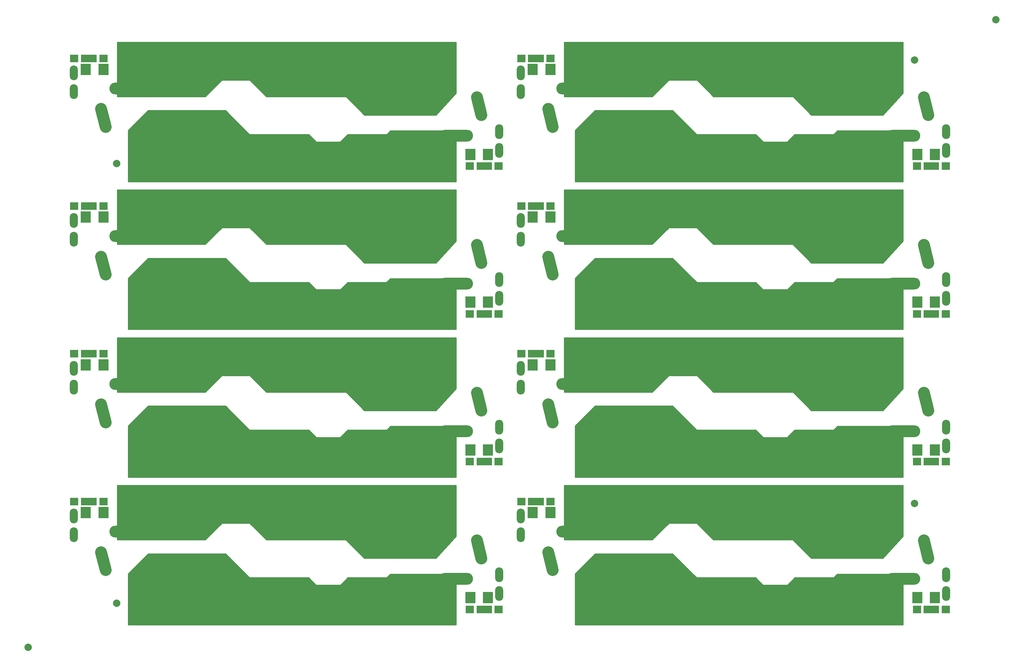
<source format=gbr>
G04 #@! TF.GenerationSoftware,KiCad,Pcbnew,(5.0.0)*
G04 #@! TF.CreationDate,2019-02-08T13:36:19+02:00*
G04 #@! TF.ProjectId,tp_x2_EKA_PnP,74705F78325F454B415F506E502E6B69,3*
G04 #@! TF.SameCoordinates,Original*
G04 #@! TF.FileFunction,Soldermask,Top*
G04 #@! TF.FilePolarity,Negative*
%FSLAX46Y46*%
G04 Gerber Fmt 4.6, Leading zero omitted, Abs format (unit mm)*
G04 Created by KiCad (PCBNEW (5.0.0)) date 02/08/19 13:36:19*
%MOMM*%
%LPD*%
G01*
G04 APERTURE LIST*
%ADD10C,2.899360*%
%ADD11C,2.000000*%
%ADD12R,2.200000X2.100000*%
%ADD13C,8.400000*%
%ADD14R,2.800000X3.100000*%
%ADD15C,3.200000*%
%ADD16O,2.200000X4.000000*%
%ADD17O,9.200000X3.200000*%
%ADD18C,3.200000*%
%ADD19O,4.000000X2.200000*%
%ADD20C,0.254000*%
G04 APERTURE END LIST*
D10*
G04 #@! TO.C,H1*
X178000000Y-171000000D03*
G04 #@! TD*
G04 #@! TO.C,H1*
X178000000Y-91000000D03*
G04 #@! TD*
G04 #@! TO.C,H1*
X299000000Y-91000000D03*
G04 #@! TD*
G04 #@! TO.C,H1*
X301000000Y-171000000D03*
G04 #@! TD*
D11*
G04 #@! TO.C,REF04*
X327000000Y-181000000D03*
G04 #@! TD*
G04 #@! TO.C,REF03*
X327000000Y-61000000D03*
G04 #@! TD*
G04 #@! TO.C,REF02*
X111000000Y-89000000D03*
G04 #@! TD*
G04 #@! TO.C,REF01*
X111000000Y-208000000D03*
G04 #@! TD*
G04 #@! TO.C,REF\002A\002A*
X349000000Y-50000000D03*
G04 #@! TD*
D10*
G04 #@! TO.C,H2*
X133000000Y-179000000D03*
G04 #@! TD*
G04 #@! TO.C,H2*
X133000000Y-139000000D03*
G04 #@! TD*
D12*
G04 #@! TO.C,R4*
X104500000Y-180500000D03*
X107400000Y-180500000D03*
G04 #@! TD*
D10*
G04 #@! TO.C,H2*
X187000000Y-179000000D03*
G04 #@! TD*
G04 #@! TO.C,H2*
X197000000Y-184000000D03*
G04 #@! TD*
G04 #@! TO.C,H2*
X115000000Y-141000000D03*
G04 #@! TD*
D13*
G04 #@! TO.C,REF\002A\002A*
X192600000Y-206000000D03*
G04 #@! TD*
D12*
G04 #@! TO.C,R3*
X214400000Y-209700000D03*
X211500000Y-209700000D03*
G04 #@! TD*
D10*
G04 #@! TO.C,H2*
X115000000Y-181000000D03*
G04 #@! TD*
D12*
G04 #@! TO.C,R2*
X102400000Y-180500000D03*
X99500000Y-180500000D03*
G04 #@! TD*
D10*
G04 #@! TO.C,H2*
X151000000Y-179000000D03*
G04 #@! TD*
G04 #@! TO.C,H1*
X119000000Y-207000000D03*
G04 #@! TD*
D14*
G04 #@! TO.C,D1*
X107400000Y-183500000D03*
X102600000Y-183500000D03*
G04 #@! TD*
D15*
G04 #@! TO.C,X4*
X152500000Y-211100000D03*
X147500000Y-211100000D03*
X142500000Y-211100000D03*
X152500000Y-204000000D03*
X147500000Y-204000000D03*
X142500000Y-204000000D03*
G04 #@! TD*
G04 #@! TO.C,X5*
X158000000Y-180900000D03*
X163000000Y-180900000D03*
X168000000Y-180900000D03*
X158000000Y-188000000D03*
X163000000Y-188000000D03*
X168000000Y-188000000D03*
G04 #@! TD*
D16*
G04 #@! TO.C,X17*
X99400000Y-184420000D03*
X99400000Y-189500000D03*
G04 #@! TD*
D12*
G04 #@! TO.C,R1*
X206600000Y-209700000D03*
X209500000Y-209700000D03*
G04 #@! TD*
D10*
G04 #@! TO.C,H2*
X254000000Y-139000000D03*
G04 #@! TD*
G04 #@! TO.C,H2*
X308000000Y-179000000D03*
G04 #@! TD*
D12*
G04 #@! TO.C,R4*
X228400000Y-180500000D03*
X225500000Y-180500000D03*
G04 #@! TD*
D10*
G04 #@! TO.C,H2*
X318000000Y-184000000D03*
G04 #@! TD*
D13*
G04 #@! TO.C,REF\002A\002A*
X300000000Y-147000000D03*
G04 #@! TD*
D10*
G04 #@! TO.C,H1*
X240000000Y-207000000D03*
G04 #@! TD*
G04 #@! TO.C,H2*
X236000000Y-141000000D03*
G04 #@! TD*
D13*
G04 #@! TO.C,REF\002A\002A*
X313600000Y-206000000D03*
G04 #@! TD*
D14*
G04 #@! TO.C,D1*
X223600000Y-183500000D03*
X228400000Y-183500000D03*
G04 #@! TD*
D12*
G04 #@! TO.C,R1*
X330500000Y-209700000D03*
X327600000Y-209700000D03*
G04 #@! TD*
G04 #@! TO.C,R3*
X332500000Y-209700000D03*
X335400000Y-209700000D03*
G04 #@! TD*
D10*
G04 #@! TO.C,H2*
X272000000Y-179000000D03*
G04 #@! TD*
D16*
G04 #@! TO.C,X17*
X220400000Y-189500000D03*
X220400000Y-184420000D03*
G04 #@! TD*
D15*
G04 #@! TO.C,X5*
X289000000Y-188000000D03*
X284000000Y-188000000D03*
X279000000Y-188000000D03*
X289000000Y-180900000D03*
X284000000Y-180900000D03*
X279000000Y-180900000D03*
G04 #@! TD*
D12*
G04 #@! TO.C,R2*
X220500000Y-180500000D03*
X223400000Y-180500000D03*
G04 #@! TD*
D15*
G04 #@! TO.C,X4*
X263500000Y-204000000D03*
X268500000Y-204000000D03*
X273500000Y-204000000D03*
X263500000Y-211100000D03*
X268500000Y-211100000D03*
X273500000Y-211100000D03*
G04 #@! TD*
D10*
G04 #@! TO.C,H2*
X254000000Y-179000000D03*
G04 #@! TD*
G04 #@! TO.C,H2*
X236000000Y-181000000D03*
G04 #@! TD*
D17*
G04 #@! TO.C,V2.1*
X234619236Y-188634980D03*
D15*
X239307528Y-199296590D03*
D18*
X237261533Y-201490651D02*
X241353523Y-197102529D01*
D15*
X228389270Y-196635452D03*
D18*
X227784465Y-194209713D02*
X228994075Y-199061191D01*
G04 #@! TD*
D14*
G04 #@! TO.C,D2*
X327700000Y-206500000D03*
X332500000Y-206500000D03*
G04 #@! TD*
D13*
G04 #@! TO.C,REF\002A\002A*
X300000000Y-187000000D03*
G04 #@! TD*
D10*
G04 #@! TO.C,H1*
X321000000Y-208000000D03*
G04 #@! TD*
G04 #@! TO.C,H2*
X311000000Y-191000000D03*
G04 #@! TD*
G04 #@! TO.C,H1*
X282000000Y-211000000D03*
G04 #@! TD*
D15*
G04 #@! TO.C,X2*
X279000000Y-140900000D03*
X284000000Y-140900000D03*
X289000000Y-140900000D03*
X279000000Y-148000000D03*
X284000000Y-148000000D03*
X289000000Y-148000000D03*
G04 #@! TD*
D17*
G04 #@! TO.C,V2.2*
X323880764Y-201465020D03*
D15*
X319192472Y-190803410D03*
D18*
X321238467Y-188609349D02*
X317146477Y-192997471D01*
D15*
X330110730Y-193464548D03*
D18*
X330715535Y-195890287D02*
X329505925Y-191038809D01*
G04 #@! TD*
D10*
G04 #@! TO.C,H1*
X321000000Y-168000000D03*
G04 #@! TD*
G04 #@! TO.C,H2*
X311000000Y-151000000D03*
G04 #@! TD*
D19*
G04 #@! TO.C,X6*
X292040000Y-205000000D03*
X286960000Y-205000000D03*
G04 #@! TD*
D13*
G04 #@! TO.C,REF\002A\002A*
X244900000Y-184100000D03*
G04 #@! TD*
D10*
G04 #@! TO.C,H1*
X252000000Y-169000000D03*
G04 #@! TD*
G04 #@! TO.C,H2*
X308000000Y-139000000D03*
G04 #@! TD*
G04 #@! TO.C,H1*
X240000000Y-167000000D03*
G04 #@! TD*
G04 #@! TO.C,H1*
X282000000Y-171000000D03*
G04 #@! TD*
G04 #@! TO.C,H2*
X318000000Y-144000000D03*
G04 #@! TD*
G04 #@! TO.C,H1*
X306000000Y-204000000D03*
G04 #@! TD*
G04 #@! TO.C,H1*
X306000000Y-164000000D03*
G04 #@! TD*
D14*
G04 #@! TO.C,D3*
X228400000Y-143500000D03*
X223600000Y-143500000D03*
G04 #@! TD*
D12*
G04 #@! TO.C,R7*
X223400000Y-140500000D03*
X220500000Y-140500000D03*
G04 #@! TD*
D16*
G04 #@! TO.C,X7*
X335500000Y-165440000D03*
X335500000Y-160360000D03*
G04 #@! TD*
D10*
G04 #@! TO.C,H2*
X272000000Y-139000000D03*
G04 #@! TD*
D19*
G04 #@! TO.C,X3*
X286960000Y-165000000D03*
X292040000Y-165000000D03*
G04 #@! TD*
D12*
G04 #@! TO.C,R6*
X327600000Y-169700000D03*
X330500000Y-169700000D03*
G04 #@! TD*
D15*
G04 #@! TO.C,V1.1*
X228389270Y-156635452D03*
D18*
X227784465Y-154209713D02*
X228994075Y-159061191D01*
D15*
X239307528Y-159296590D03*
D18*
X237261533Y-161490651D02*
X241353523Y-157102529D01*
D17*
X234619236Y-148634980D03*
G04 #@! TD*
D12*
G04 #@! TO.C,R8*
X335400000Y-169700000D03*
X332500000Y-169700000D03*
G04 #@! TD*
D16*
G04 #@! TO.C,X9*
X220400000Y-144420000D03*
X220400000Y-149500000D03*
G04 #@! TD*
D15*
G04 #@! TO.C,X1*
X273500000Y-171100000D03*
X268500000Y-171100000D03*
X263500000Y-171100000D03*
X273500000Y-164000000D03*
X268500000Y-164000000D03*
X263500000Y-164000000D03*
G04 #@! TD*
D19*
G04 #@! TO.C,X12*
X266740000Y-143900000D03*
X261660000Y-143900000D03*
G04 #@! TD*
D13*
G04 #@! TO.C,REF\002A\002A*
X313600000Y-166000000D03*
G04 #@! TD*
D14*
G04 #@! TO.C,D4*
X332500000Y-166500000D03*
X327700000Y-166500000D03*
G04 #@! TD*
D13*
G04 #@! TO.C,REF\002A\002A*
X244900000Y-144100000D03*
G04 #@! TD*
D10*
G04 #@! TO.C,H1*
X247000000Y-159000000D03*
G04 #@! TD*
D12*
G04 #@! TO.C,R9*
X225500000Y-140500000D03*
X228400000Y-140500000D03*
G04 #@! TD*
D15*
G04 #@! TO.C,V1.2*
X330110730Y-153464548D03*
D18*
X330715535Y-155890287D02*
X329505925Y-151038809D01*
D15*
X319192472Y-150803410D03*
D18*
X321238467Y-148609349D02*
X317146477Y-152997471D01*
D17*
X323880764Y-161465020D03*
G04 #@! TD*
D19*
G04 #@! TO.C,X26*
X261660000Y-183900000D03*
X266740000Y-183900000D03*
G04 #@! TD*
D10*
G04 #@! TO.C,H1*
X252000000Y-209000000D03*
G04 #@! TD*
G04 #@! TO.C,H1*
X247000000Y-199000000D03*
G04 #@! TD*
D13*
G04 #@! TO.C,REF\002A\002A*
X179000000Y-147000000D03*
G04 #@! TD*
D12*
G04 #@! TO.C,R9*
X107400000Y-140500000D03*
X104500000Y-140500000D03*
G04 #@! TD*
G04 #@! TO.C,R7*
X99500000Y-140500000D03*
X102400000Y-140500000D03*
G04 #@! TD*
G04 #@! TO.C,R6*
X209500000Y-169700000D03*
X206600000Y-169700000D03*
G04 #@! TD*
D13*
G04 #@! TO.C,REF\002A\002A*
X192600000Y-166000000D03*
G04 #@! TD*
D12*
G04 #@! TO.C,R8*
X211500000Y-169700000D03*
X214400000Y-169700000D03*
G04 #@! TD*
D19*
G04 #@! TO.C,X12*
X140660000Y-143900000D03*
X145740000Y-143900000D03*
G04 #@! TD*
D17*
G04 #@! TO.C,V1.1*
X113619236Y-148634980D03*
D15*
X118307528Y-159296590D03*
D18*
X116261533Y-161490651D02*
X120353523Y-157102529D01*
D15*
X107389270Y-156635452D03*
D18*
X106784465Y-154209713D02*
X107994075Y-159061191D01*
G04 #@! TD*
D15*
G04 #@! TO.C,X1*
X142500000Y-164000000D03*
X147500000Y-164000000D03*
X152500000Y-164000000D03*
X142500000Y-171100000D03*
X147500000Y-171100000D03*
X152500000Y-171100000D03*
G04 #@! TD*
D16*
G04 #@! TO.C,X9*
X99400000Y-149500000D03*
X99400000Y-144420000D03*
G04 #@! TD*
D14*
G04 #@! TO.C,D3*
X102600000Y-143500000D03*
X107400000Y-143500000D03*
G04 #@! TD*
G04 #@! TO.C,D4*
X206700000Y-166500000D03*
X211500000Y-166500000D03*
G04 #@! TD*
D17*
G04 #@! TO.C,V1.2*
X202880764Y-161465020D03*
D15*
X198192472Y-150803410D03*
D18*
X200238467Y-148609349D02*
X196146477Y-152997471D01*
D15*
X209110730Y-153464548D03*
D18*
X209715535Y-155890287D02*
X208505925Y-151038809D01*
G04 #@! TD*
D19*
G04 #@! TO.C,X3*
X171040000Y-165000000D03*
X165960000Y-165000000D03*
G04 #@! TD*
D16*
G04 #@! TO.C,X7*
X214500000Y-160360000D03*
X214500000Y-165440000D03*
G04 #@! TD*
D13*
G04 #@! TO.C,REF\002A\002A*
X123900000Y-144100000D03*
G04 #@! TD*
D10*
G04 #@! TO.C,H1*
X185000000Y-164000000D03*
G04 #@! TD*
G04 #@! TO.C,H2*
X151000000Y-139000000D03*
G04 #@! TD*
G04 #@! TO.C,H1*
X126000000Y-159000000D03*
G04 #@! TD*
G04 #@! TO.C,H1*
X131000000Y-169000000D03*
G04 #@! TD*
G04 #@! TO.C,H1*
X161000000Y-171000000D03*
G04 #@! TD*
G04 #@! TO.C,H1*
X200000000Y-168000000D03*
G04 #@! TD*
G04 #@! TO.C,H2*
X190000000Y-151000000D03*
G04 #@! TD*
G04 #@! TO.C,H2*
X187000000Y-139000000D03*
G04 #@! TD*
G04 #@! TO.C,H1*
X119000000Y-167000000D03*
G04 #@! TD*
D15*
G04 #@! TO.C,X2*
X168000000Y-148000000D03*
X163000000Y-148000000D03*
X158000000Y-148000000D03*
X168000000Y-140900000D03*
X163000000Y-140900000D03*
X158000000Y-140900000D03*
G04 #@! TD*
D16*
G04 #@! TO.C,X14*
X335500000Y-200360000D03*
X335500000Y-205440000D03*
G04 #@! TD*
D10*
G04 #@! TO.C,H1*
X300000000Y-211000000D03*
G04 #@! TD*
G04 #@! TO.C,H2*
X197000000Y-144000000D03*
G04 #@! TD*
G04 #@! TO.C,H1*
X185000000Y-204000000D03*
G04 #@! TD*
D15*
G04 #@! TO.C,V2.1*
X107389270Y-196635452D03*
D18*
X106784465Y-194209713D02*
X107994075Y-199061191D01*
D15*
X118307528Y-199296590D03*
D18*
X116261533Y-201490651D02*
X120353523Y-197102529D01*
D17*
X113619236Y-188634980D03*
G04 #@! TD*
D14*
G04 #@! TO.C,D2*
X211500000Y-206500000D03*
X206700000Y-206500000D03*
G04 #@! TD*
D13*
G04 #@! TO.C,REF\002A\002A*
X179000000Y-187000000D03*
G04 #@! TD*
D19*
G04 #@! TO.C,X6*
X165960000Y-205000000D03*
X171040000Y-205000000D03*
G04 #@! TD*
D10*
G04 #@! TO.C,H1*
X200000000Y-208000000D03*
G04 #@! TD*
G04 #@! TO.C,H2*
X190000000Y-191000000D03*
G04 #@! TD*
G04 #@! TO.C,H1*
X161000000Y-211000000D03*
G04 #@! TD*
D15*
G04 #@! TO.C,V2.2*
X209110730Y-193464548D03*
D18*
X209715535Y-195890287D02*
X208505925Y-191038809D01*
D15*
X198192472Y-190803410D03*
D18*
X200238467Y-188609349D02*
X196146477Y-192997471D01*
D17*
X202880764Y-201465020D03*
G04 #@! TD*
D13*
G04 #@! TO.C,REF\002A\002A*
X123900000Y-184100000D03*
G04 #@! TD*
D16*
G04 #@! TO.C,X14*
X214500000Y-205440000D03*
X214500000Y-200360000D03*
G04 #@! TD*
D10*
G04 #@! TO.C,H1*
X179000000Y-211000000D03*
G04 #@! TD*
D19*
G04 #@! TO.C,X26*
X145740000Y-183900000D03*
X140660000Y-183900000D03*
G04 #@! TD*
D10*
G04 #@! TO.C,H1*
X131000000Y-209000000D03*
G04 #@! TD*
G04 #@! TO.C,H1*
X126000000Y-199000000D03*
G04 #@! TD*
G04 #@! TO.C,H2*
X254000000Y-99000000D03*
G04 #@! TD*
G04 #@! TO.C,H2*
X254000000Y-59000000D03*
G04 #@! TD*
D12*
G04 #@! TO.C,R4*
X225500000Y-100500000D03*
X228400000Y-100500000D03*
G04 #@! TD*
D10*
G04 #@! TO.C,H2*
X308000000Y-99000000D03*
G04 #@! TD*
G04 #@! TO.C,H2*
X318000000Y-104000000D03*
G04 #@! TD*
G04 #@! TO.C,H2*
X236000000Y-61000000D03*
G04 #@! TD*
D13*
G04 #@! TO.C,REF\002A\002A*
X313600000Y-126000000D03*
G04 #@! TD*
D12*
G04 #@! TO.C,R3*
X335400000Y-129700000D03*
X332500000Y-129700000D03*
G04 #@! TD*
D10*
G04 #@! TO.C,H2*
X236000000Y-101000000D03*
G04 #@! TD*
D12*
G04 #@! TO.C,R2*
X223400000Y-100500000D03*
X220500000Y-100500000D03*
G04 #@! TD*
D10*
G04 #@! TO.C,H2*
X272000000Y-99000000D03*
G04 #@! TD*
G04 #@! TO.C,H1*
X240000000Y-127000000D03*
G04 #@! TD*
D14*
G04 #@! TO.C,D1*
X228400000Y-103500000D03*
X223600000Y-103500000D03*
G04 #@! TD*
D15*
G04 #@! TO.C,X4*
X273500000Y-131100000D03*
X268500000Y-131100000D03*
X263500000Y-131100000D03*
X273500000Y-124000000D03*
X268500000Y-124000000D03*
X263500000Y-124000000D03*
G04 #@! TD*
G04 #@! TO.C,X5*
X279000000Y-100900000D03*
X284000000Y-100900000D03*
X289000000Y-100900000D03*
X279000000Y-108000000D03*
X284000000Y-108000000D03*
X289000000Y-108000000D03*
G04 #@! TD*
D16*
G04 #@! TO.C,X17*
X220400000Y-104420000D03*
X220400000Y-109500000D03*
G04 #@! TD*
D12*
G04 #@! TO.C,R1*
X327600000Y-129700000D03*
X330500000Y-129700000D03*
G04 #@! TD*
D13*
G04 #@! TO.C,REF\002A\002A*
X300000000Y-67000000D03*
G04 #@! TD*
D12*
G04 #@! TO.C,R9*
X228400000Y-60500000D03*
X225500000Y-60500000D03*
G04 #@! TD*
G04 #@! TO.C,R7*
X220500000Y-60500000D03*
X223400000Y-60500000D03*
G04 #@! TD*
G04 #@! TO.C,R6*
X330500000Y-89700000D03*
X327600000Y-89700000D03*
G04 #@! TD*
D13*
G04 #@! TO.C,REF\002A\002A*
X313600000Y-86000000D03*
G04 #@! TD*
D12*
G04 #@! TO.C,R8*
X332500000Y-89700000D03*
X335400000Y-89700000D03*
G04 #@! TD*
D19*
G04 #@! TO.C,X12*
X261660000Y-63900000D03*
X266740000Y-63900000D03*
G04 #@! TD*
D17*
G04 #@! TO.C,V1.1*
X234619236Y-68634980D03*
D15*
X239307528Y-79296590D03*
D18*
X237261533Y-81490651D02*
X241353523Y-77102529D01*
D15*
X228389270Y-76635452D03*
D18*
X227784465Y-74209713D02*
X228994075Y-79061191D01*
G04 #@! TD*
D15*
G04 #@! TO.C,X1*
X263500000Y-84000000D03*
X268500000Y-84000000D03*
X273500000Y-84000000D03*
X263500000Y-91100000D03*
X268500000Y-91100000D03*
X273500000Y-91100000D03*
G04 #@! TD*
D16*
G04 #@! TO.C,X9*
X220400000Y-69500000D03*
X220400000Y-64420000D03*
G04 #@! TD*
D14*
G04 #@! TO.C,D3*
X223600000Y-63500000D03*
X228400000Y-63500000D03*
G04 #@! TD*
G04 #@! TO.C,D4*
X327700000Y-86500000D03*
X332500000Y-86500000D03*
G04 #@! TD*
D17*
G04 #@! TO.C,V1.2*
X323880764Y-81465020D03*
D15*
X319192472Y-70803410D03*
D18*
X321238467Y-68609349D02*
X317146477Y-72997471D01*
D15*
X330110730Y-73464548D03*
D18*
X330715535Y-75890287D02*
X329505925Y-71038809D01*
G04 #@! TD*
D19*
G04 #@! TO.C,X3*
X292040000Y-85000000D03*
X286960000Y-85000000D03*
G04 #@! TD*
D16*
G04 #@! TO.C,X7*
X335500000Y-80360000D03*
X335500000Y-85440000D03*
G04 #@! TD*
D13*
G04 #@! TO.C,REF\002A\002A*
X244900000Y-64100000D03*
G04 #@! TD*
D10*
G04 #@! TO.C,H1*
X306000000Y-84000000D03*
G04 #@! TD*
G04 #@! TO.C,H2*
X272000000Y-59000000D03*
G04 #@! TD*
G04 #@! TO.C,H1*
X247000000Y-79000000D03*
G04 #@! TD*
G04 #@! TO.C,H1*
X252000000Y-89000000D03*
G04 #@! TD*
G04 #@! TO.C,H1*
X282000000Y-91000000D03*
G04 #@! TD*
G04 #@! TO.C,H1*
X321000000Y-88000000D03*
G04 #@! TD*
G04 #@! TO.C,H2*
X311000000Y-71000000D03*
G04 #@! TD*
G04 #@! TO.C,H2*
X308000000Y-59000000D03*
G04 #@! TD*
G04 #@! TO.C,H1*
X240000000Y-87000000D03*
G04 #@! TD*
D15*
G04 #@! TO.C,X2*
X289000000Y-68000000D03*
X284000000Y-68000000D03*
X279000000Y-68000000D03*
X289000000Y-60900000D03*
X284000000Y-60900000D03*
X279000000Y-60900000D03*
G04 #@! TD*
D10*
G04 #@! TO.C,H2*
X318000000Y-64000000D03*
G04 #@! TD*
G04 #@! TO.C,H1*
X306000000Y-124000000D03*
G04 #@! TD*
D15*
G04 #@! TO.C,V2.1*
X228389270Y-116635452D03*
D18*
X227784465Y-114209713D02*
X228994075Y-119061191D01*
D15*
X239307528Y-119296590D03*
D18*
X237261533Y-121490651D02*
X241353523Y-117102529D01*
D17*
X234619236Y-108634980D03*
G04 #@! TD*
D14*
G04 #@! TO.C,D2*
X332500000Y-126500000D03*
X327700000Y-126500000D03*
G04 #@! TD*
D13*
G04 #@! TO.C,REF\002A\002A*
X300000000Y-107000000D03*
G04 #@! TD*
D19*
G04 #@! TO.C,X6*
X286960000Y-125000000D03*
X292040000Y-125000000D03*
G04 #@! TD*
D10*
G04 #@! TO.C,H1*
X321000000Y-128000000D03*
G04 #@! TD*
G04 #@! TO.C,H2*
X311000000Y-111000000D03*
G04 #@! TD*
G04 #@! TO.C,H1*
X282000000Y-131000000D03*
G04 #@! TD*
D15*
G04 #@! TO.C,V2.2*
X330110730Y-113464548D03*
D18*
X330715535Y-115890287D02*
X329505925Y-111038809D01*
D15*
X319192472Y-110803410D03*
D18*
X321238467Y-108609349D02*
X317146477Y-112997471D01*
D17*
X323880764Y-121465020D03*
G04 #@! TD*
D13*
G04 #@! TO.C,REF\002A\002A*
X244900000Y-104100000D03*
G04 #@! TD*
D16*
G04 #@! TO.C,X14*
X335500000Y-125440000D03*
X335500000Y-120360000D03*
G04 #@! TD*
D10*
G04 #@! TO.C,H1*
X300000000Y-131000000D03*
G04 #@! TD*
D19*
G04 #@! TO.C,X26*
X266740000Y-103900000D03*
X261660000Y-103900000D03*
G04 #@! TD*
D10*
G04 #@! TO.C,H1*
X252000000Y-129000000D03*
G04 #@! TD*
G04 #@! TO.C,H1*
X247000000Y-119000000D03*
G04 #@! TD*
D13*
G04 #@! TO.C,REF\002A\002A*
X192600000Y-126000000D03*
G04 #@! TD*
D14*
G04 #@! TO.C,D2*
X206700000Y-126500000D03*
X211500000Y-126500000D03*
G04 #@! TD*
D16*
G04 #@! TO.C,X14*
X214500000Y-120360000D03*
X214500000Y-125440000D03*
G04 #@! TD*
D13*
G04 #@! TO.C,REF\002A\002A*
X179000000Y-107000000D03*
G04 #@! TD*
D19*
G04 #@! TO.C,X26*
X140660000Y-103900000D03*
X145740000Y-103900000D03*
G04 #@! TD*
D17*
G04 #@! TO.C,V2.1*
X113619236Y-108634980D03*
D15*
X118307528Y-119296590D03*
D18*
X116261533Y-121490651D02*
X120353523Y-117102529D01*
D15*
X107389270Y-116635452D03*
D18*
X106784465Y-114209713D02*
X107994075Y-119061191D01*
G04 #@! TD*
D17*
G04 #@! TO.C,V2.2*
X202880764Y-121465020D03*
D15*
X198192472Y-110803410D03*
D18*
X200238467Y-108609349D02*
X196146477Y-112997471D01*
D15*
X209110730Y-113464548D03*
D18*
X209715535Y-115890287D02*
X208505925Y-111038809D01*
G04 #@! TD*
D13*
G04 #@! TO.C,REF\002A\002A*
X123900000Y-104100000D03*
G04 #@! TD*
D19*
G04 #@! TO.C,X6*
X171040000Y-125000000D03*
X165960000Y-125000000D03*
G04 #@! TD*
D10*
G04 #@! TO.C,H1*
X185000000Y-124000000D03*
G04 #@! TD*
G04 #@! TO.C,H1*
X179000000Y-131000000D03*
G04 #@! TD*
G04 #@! TO.C,H1*
X161000000Y-131000000D03*
G04 #@! TD*
G04 #@! TO.C,H1*
X126000000Y-119000000D03*
G04 #@! TD*
G04 #@! TO.C,H1*
X131000000Y-129000000D03*
G04 #@! TD*
G04 #@! TO.C,H2*
X190000000Y-111000000D03*
G04 #@! TD*
G04 #@! TO.C,H1*
X200000000Y-128000000D03*
G04 #@! TD*
G04 #@! TO.C,H2*
X197000000Y-104000000D03*
G04 #@! TD*
D16*
G04 #@! TO.C,X17*
X99400000Y-109500000D03*
X99400000Y-104420000D03*
G04 #@! TD*
D12*
G04 #@! TO.C,R1*
X209500000Y-129700000D03*
X206600000Y-129700000D03*
G04 #@! TD*
D15*
G04 #@! TO.C,X5*
X168000000Y-108000000D03*
X163000000Y-108000000D03*
X158000000Y-108000000D03*
X168000000Y-100900000D03*
X163000000Y-100900000D03*
X158000000Y-100900000D03*
G04 #@! TD*
G04 #@! TO.C,X4*
X142500000Y-124000000D03*
X147500000Y-124000000D03*
X152500000Y-124000000D03*
X142500000Y-131100000D03*
X147500000Y-131100000D03*
X152500000Y-131100000D03*
G04 #@! TD*
D12*
G04 #@! TO.C,R4*
X107400000Y-100500000D03*
X104500000Y-100500000D03*
G04 #@! TD*
D14*
G04 #@! TO.C,D1*
X102600000Y-103500000D03*
X107400000Y-103500000D03*
G04 #@! TD*
D12*
G04 #@! TO.C,R2*
X99500000Y-100500000D03*
X102400000Y-100500000D03*
G04 #@! TD*
G04 #@! TO.C,R3*
X211500000Y-129700000D03*
X214400000Y-129700000D03*
G04 #@! TD*
D10*
G04 #@! TO.C,H1*
X119000000Y-127000000D03*
G04 #@! TD*
G04 #@! TO.C,H2*
X151000000Y-99000000D03*
G04 #@! TD*
G04 #@! TO.C,H2*
X133000000Y-99000000D03*
G04 #@! TD*
G04 #@! TO.C,H2*
X187000000Y-99000000D03*
G04 #@! TD*
G04 #@! TO.C,H2*
X115000000Y-101000000D03*
G04 #@! TD*
G04 #@! TO.C,H2*
X115000000Y-61000000D03*
G04 #@! TD*
G04 #@! TO.C,H2*
X133000000Y-59000000D03*
G04 #@! TD*
G04 #@! TO.C,H2*
X151000000Y-59000000D03*
G04 #@! TD*
G04 #@! TO.C,H2*
X187000000Y-59000000D03*
G04 #@! TD*
G04 #@! TO.C,H2*
X190000000Y-71000000D03*
G04 #@! TD*
G04 #@! TO.C,H1*
X200000000Y-88000000D03*
G04 #@! TD*
G04 #@! TO.C,H1*
X185000000Y-84000000D03*
G04 #@! TD*
G04 #@! TO.C,H1*
X161000000Y-91000000D03*
G04 #@! TD*
G04 #@! TO.C,H1*
X131000000Y-89000000D03*
G04 #@! TD*
G04 #@! TO.C,H1*
X126000000Y-79000000D03*
G04 #@! TD*
D13*
G04 #@! TO.C,REF\002A\002A*
X192600000Y-86000000D03*
G04 #@! TD*
D19*
G04 #@! TO.C,X3*
X165960000Y-85000000D03*
X171040000Y-85000000D03*
G04 #@! TD*
D15*
G04 #@! TO.C,V1.2*
X209110730Y-73464548D03*
D18*
X209715535Y-75890287D02*
X208505925Y-71038809D01*
D15*
X198192472Y-70803410D03*
D18*
X200238467Y-68609349D02*
X196146477Y-72997471D01*
D17*
X202880764Y-81465020D03*
G04 #@! TD*
D13*
G04 #@! TO.C,REF\002A\002A*
X179000000Y-67000000D03*
G04 #@! TD*
G04 #@! TO.C,REF\002A\002A*
X123900000Y-64100000D03*
G04 #@! TD*
D15*
G04 #@! TO.C,V1.1*
X107389270Y-76635452D03*
D18*
X106784465Y-74209713D02*
X107994075Y-79061191D01*
D15*
X118307528Y-79296590D03*
D18*
X116261533Y-81490651D02*
X120353523Y-77102529D01*
D17*
X113619236Y-68634980D03*
G04 #@! TD*
D14*
G04 #@! TO.C,D4*
X211500000Y-86500000D03*
X206700000Y-86500000D03*
G04 #@! TD*
D16*
G04 #@! TO.C,X7*
X214500000Y-85440000D03*
X214500000Y-80360000D03*
G04 #@! TD*
D19*
G04 #@! TO.C,X12*
X145740000Y-63900000D03*
X140660000Y-63900000D03*
G04 #@! TD*
D14*
G04 #@! TO.C,D3*
X107400000Y-63500000D03*
X102600000Y-63500000D03*
G04 #@! TD*
D12*
G04 #@! TO.C,R6*
X206600000Y-89700000D03*
X209500000Y-89700000D03*
G04 #@! TD*
G04 #@! TO.C,R8*
X214400000Y-89700000D03*
X211500000Y-89700000D03*
G04 #@! TD*
G04 #@! TO.C,R7*
X102400000Y-60500000D03*
X99500000Y-60500000D03*
G04 #@! TD*
G04 #@! TO.C,R9*
X104500000Y-60500000D03*
X107400000Y-60500000D03*
G04 #@! TD*
D16*
G04 #@! TO.C,X9*
X99400000Y-64420000D03*
X99400000Y-69500000D03*
G04 #@! TD*
D15*
G04 #@! TO.C,X1*
X152500000Y-91100000D03*
X147500000Y-91100000D03*
X142500000Y-91100000D03*
X152500000Y-84000000D03*
X147500000Y-84000000D03*
X142500000Y-84000000D03*
G04 #@! TD*
G04 #@! TO.C,X2*
X158000000Y-60900000D03*
X163000000Y-60900000D03*
X168000000Y-60900000D03*
X158000000Y-68000000D03*
X163000000Y-68000000D03*
X168000000Y-68000000D03*
G04 #@! TD*
D10*
G04 #@! TO.C,H1*
X119000000Y-87000000D03*
G04 #@! TD*
G04 #@! TO.C,H2*
X197000000Y-64000000D03*
G04 #@! TD*
D11*
G04 #@! TO.C,REF\002A\002A*
X87000000Y-220000000D03*
G04 #@! TD*
D20*
G36*
X202873000Y-69950599D02*
X197444132Y-75873000D01*
X178052606Y-75873000D01*
X173089803Y-70910197D01*
X173048601Y-70882667D01*
X173000000Y-70873000D01*
X151552606Y-70873000D01*
X147089803Y-66410197D01*
X147048601Y-66382667D01*
X147000000Y-66373000D01*
X139500000Y-66373000D01*
X139451399Y-66382667D01*
X139410197Y-66410197D01*
X134947394Y-70873000D01*
X111127000Y-70873000D01*
X111127000Y-56127000D01*
X202873000Y-56127000D01*
X202873000Y-69950599D01*
X202873000Y-69950599D01*
G37*
X202873000Y-69950599D02*
X197444132Y-75873000D01*
X178052606Y-75873000D01*
X173089803Y-70910197D01*
X173048601Y-70882667D01*
X173000000Y-70873000D01*
X151552606Y-70873000D01*
X147089803Y-66410197D01*
X147048601Y-66382667D01*
X147000000Y-66373000D01*
X139500000Y-66373000D01*
X139451399Y-66382667D01*
X139410197Y-66410197D01*
X134947394Y-70873000D01*
X111127000Y-70873000D01*
X111127000Y-56127000D01*
X202873000Y-56127000D01*
X202873000Y-69950599D01*
G36*
X146910197Y-81089803D02*
X146951399Y-81117333D01*
X147000000Y-81127000D01*
X162947394Y-81127000D01*
X164910197Y-83089803D01*
X164951399Y-83117333D01*
X165000000Y-83127000D01*
X171500000Y-83127000D01*
X171548601Y-83117333D01*
X171589803Y-83089803D01*
X173552606Y-81127000D01*
X184000000Y-81127000D01*
X184048601Y-81117333D01*
X184089803Y-81089803D01*
X185052606Y-80127000D01*
X202873000Y-80127000D01*
X202873000Y-93873000D01*
X114127000Y-93873000D01*
X114127000Y-80052606D01*
X119552606Y-74627000D01*
X140447394Y-74627000D01*
X146910197Y-81089803D01*
X146910197Y-81089803D01*
G37*
X146910197Y-81089803D02*
X146951399Y-81117333D01*
X147000000Y-81127000D01*
X162947394Y-81127000D01*
X164910197Y-83089803D01*
X164951399Y-83117333D01*
X165000000Y-83127000D01*
X171500000Y-83127000D01*
X171548601Y-83117333D01*
X171589803Y-83089803D01*
X173552606Y-81127000D01*
X184000000Y-81127000D01*
X184048601Y-81117333D01*
X184089803Y-81089803D01*
X185052606Y-80127000D01*
X202873000Y-80127000D01*
X202873000Y-93873000D01*
X114127000Y-93873000D01*
X114127000Y-80052606D01*
X119552606Y-74627000D01*
X140447394Y-74627000D01*
X146910197Y-81089803D01*
G36*
X202873000Y-109950599D02*
X197444132Y-115873000D01*
X178052606Y-115873000D01*
X173089803Y-110910197D01*
X173048601Y-110882667D01*
X173000000Y-110873000D01*
X151552606Y-110873000D01*
X147089803Y-106410197D01*
X147048601Y-106382667D01*
X147000000Y-106373000D01*
X139500000Y-106373000D01*
X139451399Y-106382667D01*
X139410197Y-106410197D01*
X134947394Y-110873000D01*
X111127000Y-110873000D01*
X111127000Y-96127000D01*
X202873000Y-96127000D01*
X202873000Y-109950599D01*
X202873000Y-109950599D01*
G37*
X202873000Y-109950599D02*
X197444132Y-115873000D01*
X178052606Y-115873000D01*
X173089803Y-110910197D01*
X173048601Y-110882667D01*
X173000000Y-110873000D01*
X151552606Y-110873000D01*
X147089803Y-106410197D01*
X147048601Y-106382667D01*
X147000000Y-106373000D01*
X139500000Y-106373000D01*
X139451399Y-106382667D01*
X139410197Y-106410197D01*
X134947394Y-110873000D01*
X111127000Y-110873000D01*
X111127000Y-96127000D01*
X202873000Y-96127000D01*
X202873000Y-109950599D01*
G36*
X146910197Y-121089803D02*
X146951399Y-121117333D01*
X147000000Y-121127000D01*
X162947394Y-121127000D01*
X164910197Y-123089803D01*
X164951399Y-123117333D01*
X165000000Y-123127000D01*
X171500000Y-123127000D01*
X171548601Y-123117333D01*
X171589803Y-123089803D01*
X173552606Y-121127000D01*
X184000000Y-121127000D01*
X184048601Y-121117333D01*
X184089803Y-121089803D01*
X185052606Y-120127000D01*
X202873000Y-120127000D01*
X202873000Y-133873000D01*
X114127000Y-133873000D01*
X114127000Y-120052606D01*
X119552606Y-114627000D01*
X140447394Y-114627000D01*
X146910197Y-121089803D01*
X146910197Y-121089803D01*
G37*
X146910197Y-121089803D02*
X146951399Y-121117333D01*
X147000000Y-121127000D01*
X162947394Y-121127000D01*
X164910197Y-123089803D01*
X164951399Y-123117333D01*
X165000000Y-123127000D01*
X171500000Y-123127000D01*
X171548601Y-123117333D01*
X171589803Y-123089803D01*
X173552606Y-121127000D01*
X184000000Y-121127000D01*
X184048601Y-121117333D01*
X184089803Y-121089803D01*
X185052606Y-120127000D01*
X202873000Y-120127000D01*
X202873000Y-133873000D01*
X114127000Y-133873000D01*
X114127000Y-120052606D01*
X119552606Y-114627000D01*
X140447394Y-114627000D01*
X146910197Y-121089803D01*
G36*
X323873000Y-109950599D02*
X318444132Y-115873000D01*
X299052606Y-115873000D01*
X294089803Y-110910197D01*
X294048601Y-110882667D01*
X294000000Y-110873000D01*
X272552606Y-110873000D01*
X268089803Y-106410197D01*
X268048601Y-106382667D01*
X268000000Y-106373000D01*
X260500000Y-106373000D01*
X260451399Y-106382667D01*
X260410197Y-106410197D01*
X255947394Y-110873000D01*
X232127000Y-110873000D01*
X232127000Y-96127000D01*
X323873000Y-96127000D01*
X323873000Y-109950599D01*
X323873000Y-109950599D01*
G37*
X323873000Y-109950599D02*
X318444132Y-115873000D01*
X299052606Y-115873000D01*
X294089803Y-110910197D01*
X294048601Y-110882667D01*
X294000000Y-110873000D01*
X272552606Y-110873000D01*
X268089803Y-106410197D01*
X268048601Y-106382667D01*
X268000000Y-106373000D01*
X260500000Y-106373000D01*
X260451399Y-106382667D01*
X260410197Y-106410197D01*
X255947394Y-110873000D01*
X232127000Y-110873000D01*
X232127000Y-96127000D01*
X323873000Y-96127000D01*
X323873000Y-109950599D01*
G36*
X267910197Y-121089803D02*
X267951399Y-121117333D01*
X268000000Y-121127000D01*
X283947394Y-121127000D01*
X285910197Y-123089803D01*
X285951399Y-123117333D01*
X286000000Y-123127000D01*
X292500000Y-123127000D01*
X292548601Y-123117333D01*
X292589803Y-123089803D01*
X294552606Y-121127000D01*
X305000000Y-121127000D01*
X305048601Y-121117333D01*
X305089803Y-121089803D01*
X306052606Y-120127000D01*
X323873000Y-120127000D01*
X323873000Y-133873000D01*
X235127000Y-133873000D01*
X235127000Y-120052606D01*
X240552606Y-114627000D01*
X261447394Y-114627000D01*
X267910197Y-121089803D01*
X267910197Y-121089803D01*
G37*
X267910197Y-121089803D02*
X267951399Y-121117333D01*
X268000000Y-121127000D01*
X283947394Y-121127000D01*
X285910197Y-123089803D01*
X285951399Y-123117333D01*
X286000000Y-123127000D01*
X292500000Y-123127000D01*
X292548601Y-123117333D01*
X292589803Y-123089803D01*
X294552606Y-121127000D01*
X305000000Y-121127000D01*
X305048601Y-121117333D01*
X305089803Y-121089803D01*
X306052606Y-120127000D01*
X323873000Y-120127000D01*
X323873000Y-133873000D01*
X235127000Y-133873000D01*
X235127000Y-120052606D01*
X240552606Y-114627000D01*
X261447394Y-114627000D01*
X267910197Y-121089803D01*
G36*
X323873000Y-69950599D02*
X318444132Y-75873000D01*
X299052606Y-75873000D01*
X294089803Y-70910197D01*
X294048601Y-70882667D01*
X294000000Y-70873000D01*
X272552606Y-70873000D01*
X268089803Y-66410197D01*
X268048601Y-66382667D01*
X268000000Y-66373000D01*
X260500000Y-66373000D01*
X260451399Y-66382667D01*
X260410197Y-66410197D01*
X255947394Y-70873000D01*
X232127000Y-70873000D01*
X232127000Y-56127000D01*
X323873000Y-56127000D01*
X323873000Y-69950599D01*
X323873000Y-69950599D01*
G37*
X323873000Y-69950599D02*
X318444132Y-75873000D01*
X299052606Y-75873000D01*
X294089803Y-70910197D01*
X294048601Y-70882667D01*
X294000000Y-70873000D01*
X272552606Y-70873000D01*
X268089803Y-66410197D01*
X268048601Y-66382667D01*
X268000000Y-66373000D01*
X260500000Y-66373000D01*
X260451399Y-66382667D01*
X260410197Y-66410197D01*
X255947394Y-70873000D01*
X232127000Y-70873000D01*
X232127000Y-56127000D01*
X323873000Y-56127000D01*
X323873000Y-69950599D01*
G36*
X267910197Y-81089803D02*
X267951399Y-81117333D01*
X268000000Y-81127000D01*
X283947394Y-81127000D01*
X285910197Y-83089803D01*
X285951399Y-83117333D01*
X286000000Y-83127000D01*
X292500000Y-83127000D01*
X292548601Y-83117333D01*
X292589803Y-83089803D01*
X294552606Y-81127000D01*
X305000000Y-81127000D01*
X305048601Y-81117333D01*
X305089803Y-81089803D01*
X306052606Y-80127000D01*
X323873000Y-80127000D01*
X323873000Y-93873000D01*
X235127000Y-93873000D01*
X235127000Y-80052606D01*
X240552606Y-74627000D01*
X261447394Y-74627000D01*
X267910197Y-81089803D01*
X267910197Y-81089803D01*
G37*
X267910197Y-81089803D02*
X267951399Y-81117333D01*
X268000000Y-81127000D01*
X283947394Y-81127000D01*
X285910197Y-83089803D01*
X285951399Y-83117333D01*
X286000000Y-83127000D01*
X292500000Y-83127000D01*
X292548601Y-83117333D01*
X292589803Y-83089803D01*
X294552606Y-81127000D01*
X305000000Y-81127000D01*
X305048601Y-81117333D01*
X305089803Y-81089803D01*
X306052606Y-80127000D01*
X323873000Y-80127000D01*
X323873000Y-93873000D01*
X235127000Y-93873000D01*
X235127000Y-80052606D01*
X240552606Y-74627000D01*
X261447394Y-74627000D01*
X267910197Y-81089803D01*
G36*
X267910197Y-161089803D02*
X267951399Y-161117333D01*
X268000000Y-161127000D01*
X283947394Y-161127000D01*
X285910197Y-163089803D01*
X285951399Y-163117333D01*
X286000000Y-163127000D01*
X292500000Y-163127000D01*
X292548601Y-163117333D01*
X292589803Y-163089803D01*
X294552606Y-161127000D01*
X305000000Y-161127000D01*
X305048601Y-161117333D01*
X305089803Y-161089803D01*
X306052606Y-160127000D01*
X323873000Y-160127000D01*
X323873000Y-173873000D01*
X235127000Y-173873000D01*
X235127000Y-160052606D01*
X240552606Y-154627000D01*
X261447394Y-154627000D01*
X267910197Y-161089803D01*
X267910197Y-161089803D01*
G37*
X267910197Y-161089803D02*
X267951399Y-161117333D01*
X268000000Y-161127000D01*
X283947394Y-161127000D01*
X285910197Y-163089803D01*
X285951399Y-163117333D01*
X286000000Y-163127000D01*
X292500000Y-163127000D01*
X292548601Y-163117333D01*
X292589803Y-163089803D01*
X294552606Y-161127000D01*
X305000000Y-161127000D01*
X305048601Y-161117333D01*
X305089803Y-161089803D01*
X306052606Y-160127000D01*
X323873000Y-160127000D01*
X323873000Y-173873000D01*
X235127000Y-173873000D01*
X235127000Y-160052606D01*
X240552606Y-154627000D01*
X261447394Y-154627000D01*
X267910197Y-161089803D01*
G36*
X202873000Y-189950599D02*
X197444132Y-195873000D01*
X178052606Y-195873000D01*
X173089803Y-190910197D01*
X173048601Y-190882667D01*
X173000000Y-190873000D01*
X151552606Y-190873000D01*
X147089803Y-186410197D01*
X147048601Y-186382667D01*
X147000000Y-186373000D01*
X139500000Y-186373000D01*
X139451399Y-186382667D01*
X139410197Y-186410197D01*
X134947394Y-190873000D01*
X111127000Y-190873000D01*
X111127000Y-176127000D01*
X202873000Y-176127000D01*
X202873000Y-189950599D01*
X202873000Y-189950599D01*
G37*
X202873000Y-189950599D02*
X197444132Y-195873000D01*
X178052606Y-195873000D01*
X173089803Y-190910197D01*
X173048601Y-190882667D01*
X173000000Y-190873000D01*
X151552606Y-190873000D01*
X147089803Y-186410197D01*
X147048601Y-186382667D01*
X147000000Y-186373000D01*
X139500000Y-186373000D01*
X139451399Y-186382667D01*
X139410197Y-186410197D01*
X134947394Y-190873000D01*
X111127000Y-190873000D01*
X111127000Y-176127000D01*
X202873000Y-176127000D01*
X202873000Y-189950599D01*
G36*
X323873000Y-149950599D02*
X318444132Y-155873000D01*
X299052606Y-155873000D01*
X294089803Y-150910197D01*
X294048601Y-150882667D01*
X294000000Y-150873000D01*
X272552606Y-150873000D01*
X268089803Y-146410197D01*
X268048601Y-146382667D01*
X268000000Y-146373000D01*
X260500000Y-146373000D01*
X260451399Y-146382667D01*
X260410197Y-146410197D01*
X255947394Y-150873000D01*
X232127000Y-150873000D01*
X232127000Y-136127000D01*
X323873000Y-136127000D01*
X323873000Y-149950599D01*
X323873000Y-149950599D01*
G37*
X323873000Y-149950599D02*
X318444132Y-155873000D01*
X299052606Y-155873000D01*
X294089803Y-150910197D01*
X294048601Y-150882667D01*
X294000000Y-150873000D01*
X272552606Y-150873000D01*
X268089803Y-146410197D01*
X268048601Y-146382667D01*
X268000000Y-146373000D01*
X260500000Y-146373000D01*
X260451399Y-146382667D01*
X260410197Y-146410197D01*
X255947394Y-150873000D01*
X232127000Y-150873000D01*
X232127000Y-136127000D01*
X323873000Y-136127000D01*
X323873000Y-149950599D01*
G36*
X146910197Y-201089803D02*
X146951399Y-201117333D01*
X147000000Y-201127000D01*
X162947394Y-201127000D01*
X164910197Y-203089803D01*
X164951399Y-203117333D01*
X165000000Y-203127000D01*
X171500000Y-203127000D01*
X171548601Y-203117333D01*
X171589803Y-203089803D01*
X173552606Y-201127000D01*
X184000000Y-201127000D01*
X184048601Y-201117333D01*
X184089803Y-201089803D01*
X185052606Y-200127000D01*
X202873000Y-200127000D01*
X202873000Y-213873000D01*
X114127000Y-213873000D01*
X114127000Y-200052606D01*
X119552606Y-194627000D01*
X140447394Y-194627000D01*
X146910197Y-201089803D01*
X146910197Y-201089803D01*
G37*
X146910197Y-201089803D02*
X146951399Y-201117333D01*
X147000000Y-201127000D01*
X162947394Y-201127000D01*
X164910197Y-203089803D01*
X164951399Y-203117333D01*
X165000000Y-203127000D01*
X171500000Y-203127000D01*
X171548601Y-203117333D01*
X171589803Y-203089803D01*
X173552606Y-201127000D01*
X184000000Y-201127000D01*
X184048601Y-201117333D01*
X184089803Y-201089803D01*
X185052606Y-200127000D01*
X202873000Y-200127000D01*
X202873000Y-213873000D01*
X114127000Y-213873000D01*
X114127000Y-200052606D01*
X119552606Y-194627000D01*
X140447394Y-194627000D01*
X146910197Y-201089803D01*
G36*
X202873000Y-149950599D02*
X197444132Y-155873000D01*
X178052606Y-155873000D01*
X173089803Y-150910197D01*
X173048601Y-150882667D01*
X173000000Y-150873000D01*
X151552606Y-150873000D01*
X147089803Y-146410197D01*
X147048601Y-146382667D01*
X147000000Y-146373000D01*
X139500000Y-146373000D01*
X139451399Y-146382667D01*
X139410197Y-146410197D01*
X134947394Y-150873000D01*
X111127000Y-150873000D01*
X111127000Y-136127000D01*
X202873000Y-136127000D01*
X202873000Y-149950599D01*
X202873000Y-149950599D01*
G37*
X202873000Y-149950599D02*
X197444132Y-155873000D01*
X178052606Y-155873000D01*
X173089803Y-150910197D01*
X173048601Y-150882667D01*
X173000000Y-150873000D01*
X151552606Y-150873000D01*
X147089803Y-146410197D01*
X147048601Y-146382667D01*
X147000000Y-146373000D01*
X139500000Y-146373000D01*
X139451399Y-146382667D01*
X139410197Y-146410197D01*
X134947394Y-150873000D01*
X111127000Y-150873000D01*
X111127000Y-136127000D01*
X202873000Y-136127000D01*
X202873000Y-149950599D01*
G36*
X146910197Y-161089803D02*
X146951399Y-161117333D01*
X147000000Y-161127000D01*
X162947394Y-161127000D01*
X164910197Y-163089803D01*
X164951399Y-163117333D01*
X165000000Y-163127000D01*
X171500000Y-163127000D01*
X171548601Y-163117333D01*
X171589803Y-163089803D01*
X173552606Y-161127000D01*
X184000000Y-161127000D01*
X184048601Y-161117333D01*
X184089803Y-161089803D01*
X185052606Y-160127000D01*
X202873000Y-160127000D01*
X202873000Y-173873000D01*
X114127000Y-173873000D01*
X114127000Y-160052606D01*
X119552606Y-154627000D01*
X140447394Y-154627000D01*
X146910197Y-161089803D01*
X146910197Y-161089803D01*
G37*
X146910197Y-161089803D02*
X146951399Y-161117333D01*
X147000000Y-161127000D01*
X162947394Y-161127000D01*
X164910197Y-163089803D01*
X164951399Y-163117333D01*
X165000000Y-163127000D01*
X171500000Y-163127000D01*
X171548601Y-163117333D01*
X171589803Y-163089803D01*
X173552606Y-161127000D01*
X184000000Y-161127000D01*
X184048601Y-161117333D01*
X184089803Y-161089803D01*
X185052606Y-160127000D01*
X202873000Y-160127000D01*
X202873000Y-173873000D01*
X114127000Y-173873000D01*
X114127000Y-160052606D01*
X119552606Y-154627000D01*
X140447394Y-154627000D01*
X146910197Y-161089803D01*
G36*
X323873000Y-189950599D02*
X318444132Y-195873000D01*
X299052606Y-195873000D01*
X294089803Y-190910197D01*
X294048601Y-190882667D01*
X294000000Y-190873000D01*
X272552606Y-190873000D01*
X268089803Y-186410197D01*
X268048601Y-186382667D01*
X268000000Y-186373000D01*
X260500000Y-186373000D01*
X260451399Y-186382667D01*
X260410197Y-186410197D01*
X255947394Y-190873000D01*
X232127000Y-190873000D01*
X232127000Y-176127000D01*
X323873000Y-176127000D01*
X323873000Y-189950599D01*
X323873000Y-189950599D01*
G37*
X323873000Y-189950599D02*
X318444132Y-195873000D01*
X299052606Y-195873000D01*
X294089803Y-190910197D01*
X294048601Y-190882667D01*
X294000000Y-190873000D01*
X272552606Y-190873000D01*
X268089803Y-186410197D01*
X268048601Y-186382667D01*
X268000000Y-186373000D01*
X260500000Y-186373000D01*
X260451399Y-186382667D01*
X260410197Y-186410197D01*
X255947394Y-190873000D01*
X232127000Y-190873000D01*
X232127000Y-176127000D01*
X323873000Y-176127000D01*
X323873000Y-189950599D01*
G36*
X267910197Y-201089803D02*
X267951399Y-201117333D01*
X268000000Y-201127000D01*
X283947394Y-201127000D01*
X285910197Y-203089803D01*
X285951399Y-203117333D01*
X286000000Y-203127000D01*
X292500000Y-203127000D01*
X292548601Y-203117333D01*
X292589803Y-203089803D01*
X294552606Y-201127000D01*
X305000000Y-201127000D01*
X305048601Y-201117333D01*
X305089803Y-201089803D01*
X306052606Y-200127000D01*
X323873000Y-200127000D01*
X323873000Y-213873000D01*
X235127000Y-213873000D01*
X235127000Y-200052606D01*
X240552606Y-194627000D01*
X261447394Y-194627000D01*
X267910197Y-201089803D01*
X267910197Y-201089803D01*
G37*
X267910197Y-201089803D02*
X267951399Y-201117333D01*
X268000000Y-201127000D01*
X283947394Y-201127000D01*
X285910197Y-203089803D01*
X285951399Y-203117333D01*
X286000000Y-203127000D01*
X292500000Y-203127000D01*
X292548601Y-203117333D01*
X292589803Y-203089803D01*
X294552606Y-201127000D01*
X305000000Y-201127000D01*
X305048601Y-201117333D01*
X305089803Y-201089803D01*
X306052606Y-200127000D01*
X323873000Y-200127000D01*
X323873000Y-213873000D01*
X235127000Y-213873000D01*
X235127000Y-200052606D01*
X240552606Y-194627000D01*
X261447394Y-194627000D01*
X267910197Y-201089803D01*
M02*

</source>
